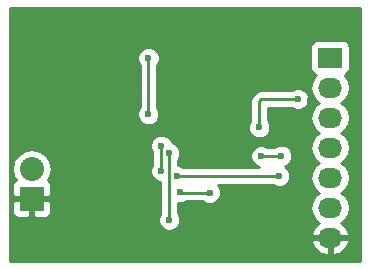
<source format=gbr>
G04 #@! TF.FileFunction,Copper,L2,Bot,Signal*
%FSLAX46Y46*%
G04 Gerber Fmt 4.6, Leading zero omitted, Abs format (unit mm)*
G04 Created by KiCad (PCBNEW 4.0.1+dfsg1-stable) date Tue 23 Feb 2016 08:47:47 PM PST*
%MOMM*%
G01*
G04 APERTURE LIST*
%ADD10C,0.100000*%
%ADD11R,2.032000X2.032000*%
%ADD12O,2.032000X2.032000*%
%ADD13R,2.032000X1.727200*%
%ADD14O,2.032000X1.727200*%
%ADD15C,0.600000*%
%ADD16C,0.250000*%
%ADD17C,0.254000*%
G04 APERTURE END LIST*
D10*
D11*
X132321300Y-104241600D03*
D12*
X132321300Y-101701600D03*
D13*
X157581600Y-92303600D03*
D14*
X157581600Y-94843600D03*
X157581600Y-97383600D03*
X157581600Y-99923600D03*
X157581600Y-102463600D03*
X157581600Y-105003600D03*
X157581600Y-107543600D03*
D15*
X154838400Y-90627200D03*
X154825700Y-93383100D03*
X155867100Y-95935800D03*
X154838400Y-98463100D03*
X154838400Y-103606600D03*
X135966200Y-103530400D03*
X154838400Y-101231700D03*
X150622000Y-100953000D03*
X147383500Y-103720900D03*
X144868900Y-103695500D03*
X142189200Y-97086000D03*
X142201900Y-92341700D03*
X154876500Y-95796100D03*
X151587200Y-98209100D03*
X153289000Y-102323900D03*
X144627600Y-102311200D03*
X143954500Y-106045000D03*
X143967200Y-100380800D03*
X143256000Y-101892100D03*
X143281400Y-99758500D03*
X151739600Y-100634800D03*
X153454100Y-100609400D03*
D16*
X155867100Y-95935800D02*
X155867100Y-95923100D01*
X154838400Y-103606600D02*
X154838400Y-103581200D01*
X135978900Y-103492300D02*
X135978900Y-103517700D01*
X135978900Y-103517700D02*
X135966200Y-103530400D01*
X154851100Y-101219000D02*
X154851100Y-101155500D01*
X154838400Y-101231700D02*
X154851100Y-101219000D01*
X150647400Y-100990400D02*
X150647400Y-100978400D01*
X150647400Y-100978400D02*
X150622000Y-100953000D01*
X144894300Y-103720900D02*
X147383500Y-103720900D01*
X144868900Y-103695500D02*
X144894300Y-103720900D01*
X142189200Y-97086000D02*
X142201900Y-97073300D01*
X142201900Y-97073300D02*
X142201900Y-92341700D01*
X151726900Y-95796100D02*
X154876500Y-95796100D01*
X151549100Y-95973900D02*
X151726900Y-95796100D01*
X151549100Y-98171000D02*
X151549100Y-95973900D01*
X151587200Y-98209100D02*
X151549100Y-98171000D01*
X144640300Y-102323900D02*
X153289000Y-102323900D01*
X144627600Y-102311200D02*
X144640300Y-102323900D01*
X143954500Y-100393500D02*
X143954500Y-106045000D01*
X143967200Y-100380800D02*
X143954500Y-100393500D01*
X143256000Y-101892100D02*
X143281400Y-101866700D01*
X143281400Y-101866700D02*
X143281400Y-99758500D01*
X153428700Y-100634800D02*
X151739600Y-100634800D01*
X153454100Y-100609400D02*
X153428700Y-100634800D01*
D17*
G36*
X160072000Y-109526000D02*
X130504000Y-109526000D01*
X130504000Y-107902626D01*
X155974242Y-107902626D01*
X155976891Y-107918391D01*
X156230868Y-108445636D01*
X156667280Y-108835554D01*
X157219687Y-109028784D01*
X157454600Y-108884524D01*
X157454600Y-107670600D01*
X157708600Y-107670600D01*
X157708600Y-108884524D01*
X157943513Y-109028784D01*
X158495920Y-108835554D01*
X158932332Y-108445636D01*
X159186309Y-107918391D01*
X159188958Y-107902626D01*
X159067817Y-107670600D01*
X157708600Y-107670600D01*
X157454600Y-107670600D01*
X156095383Y-107670600D01*
X155974242Y-107902626D01*
X130504000Y-107902626D01*
X130504000Y-104527350D01*
X130670300Y-104527350D01*
X130670300Y-105383910D01*
X130766973Y-105617299D01*
X130945602Y-105795927D01*
X131178991Y-105892600D01*
X132035550Y-105892600D01*
X132194300Y-105733850D01*
X132194300Y-104368600D01*
X132448300Y-104368600D01*
X132448300Y-105733850D01*
X132607050Y-105892600D01*
X133463609Y-105892600D01*
X133696998Y-105795927D01*
X133875627Y-105617299D01*
X133972300Y-105383910D01*
X133972300Y-104527350D01*
X133813550Y-104368600D01*
X132448300Y-104368600D01*
X132194300Y-104368600D01*
X130829050Y-104368600D01*
X130670300Y-104527350D01*
X130504000Y-104527350D01*
X130504000Y-101701600D01*
X130637955Y-101701600D01*
X130763630Y-102333410D01*
X130988266Y-102669601D01*
X130945602Y-102687273D01*
X130766973Y-102865901D01*
X130670300Y-103099290D01*
X130670300Y-103955850D01*
X130829050Y-104114600D01*
X132194300Y-104114600D01*
X132194300Y-104094600D01*
X132448300Y-104094600D01*
X132448300Y-104114600D01*
X133813550Y-104114600D01*
X133972300Y-103955850D01*
X133972300Y-103099290D01*
X133875627Y-102865901D01*
X133696998Y-102687273D01*
X133654334Y-102669601D01*
X133878970Y-102333410D01*
X133929920Y-102077267D01*
X142320838Y-102077267D01*
X142462883Y-102421043D01*
X142725673Y-102684292D01*
X143069201Y-102826938D01*
X143194500Y-102827047D01*
X143194500Y-105482537D01*
X143162308Y-105514673D01*
X143019662Y-105858201D01*
X143019338Y-106230167D01*
X143161383Y-106573943D01*
X143424173Y-106837192D01*
X143767701Y-106979838D01*
X144139667Y-106980162D01*
X144483443Y-106838117D01*
X144746692Y-106575327D01*
X144889338Y-106231799D01*
X144889662Y-105859833D01*
X144747617Y-105516057D01*
X144714500Y-105482882D01*
X144714500Y-104630366D01*
X145054067Y-104630662D01*
X145397843Y-104488617D01*
X145405573Y-104480900D01*
X146821037Y-104480900D01*
X146853173Y-104513092D01*
X147196701Y-104655738D01*
X147568667Y-104656062D01*
X147912443Y-104514017D01*
X148175692Y-104251227D01*
X148318338Y-103907699D01*
X148318662Y-103535733D01*
X148176617Y-103191957D01*
X148068748Y-103083900D01*
X152726537Y-103083900D01*
X152758673Y-103116092D01*
X153102201Y-103258738D01*
X153474167Y-103259062D01*
X153817943Y-103117017D01*
X154081192Y-102854227D01*
X154223838Y-102510699D01*
X154224162Y-102138733D01*
X154082117Y-101794957D01*
X153819327Y-101531708D01*
X153745036Y-101500859D01*
X153983043Y-101402517D01*
X154246292Y-101139727D01*
X154388938Y-100796199D01*
X154389262Y-100424233D01*
X154247217Y-100080457D01*
X153984427Y-99817208D01*
X153640899Y-99674562D01*
X153268933Y-99674238D01*
X152925157Y-99816283D01*
X152866538Y-99874800D01*
X152302063Y-99874800D01*
X152269927Y-99842608D01*
X151926399Y-99699962D01*
X151554433Y-99699638D01*
X151210657Y-99841683D01*
X150947408Y-100104473D01*
X150804762Y-100448001D01*
X150804438Y-100819967D01*
X150946483Y-101163743D01*
X151209273Y-101426992D01*
X151538982Y-101563900D01*
X145202741Y-101563900D01*
X145157927Y-101519008D01*
X144814399Y-101376362D01*
X144714500Y-101376275D01*
X144714500Y-100955941D01*
X144759392Y-100911127D01*
X144902038Y-100567599D01*
X144902362Y-100195633D01*
X144760317Y-99851857D01*
X144497527Y-99588608D01*
X144165991Y-99450942D01*
X144074517Y-99229557D01*
X143811727Y-98966308D01*
X143468199Y-98823662D01*
X143096233Y-98823338D01*
X142752457Y-98965383D01*
X142489208Y-99228173D01*
X142346562Y-99571701D01*
X142346238Y-99943667D01*
X142488283Y-100287443D01*
X142521400Y-100320618D01*
X142521400Y-101304281D01*
X142463808Y-101361773D01*
X142321162Y-101705301D01*
X142320838Y-102077267D01*
X133929920Y-102077267D01*
X134004645Y-101701600D01*
X133878970Y-101069790D01*
X133521078Y-100534167D01*
X132985455Y-100176275D01*
X132353645Y-100050600D01*
X132288955Y-100050600D01*
X131657145Y-100176275D01*
X131121522Y-100534167D01*
X130763630Y-101069790D01*
X130637955Y-101701600D01*
X130504000Y-101701600D01*
X130504000Y-98394267D01*
X150652038Y-98394267D01*
X150794083Y-98738043D01*
X151056873Y-99001292D01*
X151400401Y-99143938D01*
X151772367Y-99144262D01*
X152116143Y-99002217D01*
X152379392Y-98739427D01*
X152522038Y-98395899D01*
X152522362Y-98023933D01*
X152380317Y-97680157D01*
X152309100Y-97608816D01*
X152309100Y-96556100D01*
X154314037Y-96556100D01*
X154346173Y-96588292D01*
X154689701Y-96730938D01*
X155061667Y-96731262D01*
X155405443Y-96589217D01*
X155668692Y-96326427D01*
X155811338Y-95982899D01*
X155811662Y-95610933D01*
X155669617Y-95267157D01*
X155406827Y-95003908D01*
X155063299Y-94861262D01*
X154691333Y-94860938D01*
X154347557Y-95002983D01*
X154314382Y-95036100D01*
X151726900Y-95036100D01*
X151436060Y-95093952D01*
X151189499Y-95258699D01*
X151011699Y-95436499D01*
X150846952Y-95683061D01*
X150789100Y-95973900D01*
X150789100Y-97693001D01*
X150652362Y-98022301D01*
X150652038Y-98394267D01*
X130504000Y-98394267D01*
X130504000Y-97271167D01*
X141254038Y-97271167D01*
X141396083Y-97614943D01*
X141658873Y-97878192D01*
X142002401Y-98020838D01*
X142374367Y-98021162D01*
X142718143Y-97879117D01*
X142981392Y-97616327D01*
X143124038Y-97272799D01*
X143124362Y-96900833D01*
X142982317Y-96557057D01*
X142961900Y-96536604D01*
X142961900Y-94843600D01*
X155898255Y-94843600D01*
X156012329Y-95417089D01*
X156337185Y-95903270D01*
X156651966Y-96113600D01*
X156337185Y-96323930D01*
X156012329Y-96810111D01*
X155898255Y-97383600D01*
X156012329Y-97957089D01*
X156337185Y-98443270D01*
X156651966Y-98653600D01*
X156337185Y-98863930D01*
X156012329Y-99350111D01*
X155898255Y-99923600D01*
X156012329Y-100497089D01*
X156337185Y-100983270D01*
X156651966Y-101193600D01*
X156337185Y-101403930D01*
X156012329Y-101890111D01*
X155898255Y-102463600D01*
X156012329Y-103037089D01*
X156337185Y-103523270D01*
X156651966Y-103733600D01*
X156337185Y-103943930D01*
X156012329Y-104430111D01*
X155898255Y-105003600D01*
X156012329Y-105577089D01*
X156337185Y-106063270D01*
X156646669Y-106270061D01*
X156230868Y-106641564D01*
X155976891Y-107168809D01*
X155974242Y-107184574D01*
X156095383Y-107416600D01*
X157454600Y-107416600D01*
X157454600Y-107396600D01*
X157708600Y-107396600D01*
X157708600Y-107416600D01*
X159067817Y-107416600D01*
X159188958Y-107184574D01*
X159186309Y-107168809D01*
X158932332Y-106641564D01*
X158516531Y-106270061D01*
X158826015Y-106063270D01*
X159150871Y-105577089D01*
X159264945Y-105003600D01*
X159150871Y-104430111D01*
X158826015Y-103943930D01*
X158511234Y-103733600D01*
X158826015Y-103523270D01*
X159150871Y-103037089D01*
X159264945Y-102463600D01*
X159150871Y-101890111D01*
X158826015Y-101403930D01*
X158511234Y-101193600D01*
X158826015Y-100983270D01*
X159150871Y-100497089D01*
X159264945Y-99923600D01*
X159150871Y-99350111D01*
X158826015Y-98863930D01*
X158511234Y-98653600D01*
X158826015Y-98443270D01*
X159150871Y-97957089D01*
X159264945Y-97383600D01*
X159150871Y-96810111D01*
X158826015Y-96323930D01*
X158511234Y-96113600D01*
X158826015Y-95903270D01*
X159150871Y-95417089D01*
X159264945Y-94843600D01*
X159150871Y-94270111D01*
X158826015Y-93783930D01*
X158811687Y-93774357D01*
X158832917Y-93770362D01*
X159049041Y-93631290D01*
X159194031Y-93419090D01*
X159245040Y-93167200D01*
X159245040Y-91440000D01*
X159200762Y-91204683D01*
X159061690Y-90988559D01*
X158849490Y-90843569D01*
X158597600Y-90792560D01*
X156565600Y-90792560D01*
X156330283Y-90836838D01*
X156114159Y-90975910D01*
X155969169Y-91188110D01*
X155918160Y-91440000D01*
X155918160Y-93167200D01*
X155962438Y-93402517D01*
X156101510Y-93618641D01*
X156313710Y-93763631D01*
X156355039Y-93772000D01*
X156337185Y-93783930D01*
X156012329Y-94270111D01*
X155898255Y-94843600D01*
X142961900Y-94843600D01*
X142961900Y-92904163D01*
X142994092Y-92872027D01*
X143136738Y-92528499D01*
X143137062Y-92156533D01*
X142995017Y-91812757D01*
X142732227Y-91549508D01*
X142388699Y-91406862D01*
X142016733Y-91406538D01*
X141672957Y-91548583D01*
X141409708Y-91811373D01*
X141267062Y-92154901D01*
X141266738Y-92526867D01*
X141408783Y-92870643D01*
X141441900Y-92903818D01*
X141441900Y-96510859D01*
X141397008Y-96555673D01*
X141254362Y-96899201D01*
X141254038Y-97271167D01*
X130504000Y-97271167D01*
X130504000Y-88086000D01*
X160072000Y-88086000D01*
X160072000Y-109526000D01*
X160072000Y-109526000D01*
G37*
X160072000Y-109526000D02*
X130504000Y-109526000D01*
X130504000Y-107902626D01*
X155974242Y-107902626D01*
X155976891Y-107918391D01*
X156230868Y-108445636D01*
X156667280Y-108835554D01*
X157219687Y-109028784D01*
X157454600Y-108884524D01*
X157454600Y-107670600D01*
X157708600Y-107670600D01*
X157708600Y-108884524D01*
X157943513Y-109028784D01*
X158495920Y-108835554D01*
X158932332Y-108445636D01*
X159186309Y-107918391D01*
X159188958Y-107902626D01*
X159067817Y-107670600D01*
X157708600Y-107670600D01*
X157454600Y-107670600D01*
X156095383Y-107670600D01*
X155974242Y-107902626D01*
X130504000Y-107902626D01*
X130504000Y-104527350D01*
X130670300Y-104527350D01*
X130670300Y-105383910D01*
X130766973Y-105617299D01*
X130945602Y-105795927D01*
X131178991Y-105892600D01*
X132035550Y-105892600D01*
X132194300Y-105733850D01*
X132194300Y-104368600D01*
X132448300Y-104368600D01*
X132448300Y-105733850D01*
X132607050Y-105892600D01*
X133463609Y-105892600D01*
X133696998Y-105795927D01*
X133875627Y-105617299D01*
X133972300Y-105383910D01*
X133972300Y-104527350D01*
X133813550Y-104368600D01*
X132448300Y-104368600D01*
X132194300Y-104368600D01*
X130829050Y-104368600D01*
X130670300Y-104527350D01*
X130504000Y-104527350D01*
X130504000Y-101701600D01*
X130637955Y-101701600D01*
X130763630Y-102333410D01*
X130988266Y-102669601D01*
X130945602Y-102687273D01*
X130766973Y-102865901D01*
X130670300Y-103099290D01*
X130670300Y-103955850D01*
X130829050Y-104114600D01*
X132194300Y-104114600D01*
X132194300Y-104094600D01*
X132448300Y-104094600D01*
X132448300Y-104114600D01*
X133813550Y-104114600D01*
X133972300Y-103955850D01*
X133972300Y-103099290D01*
X133875627Y-102865901D01*
X133696998Y-102687273D01*
X133654334Y-102669601D01*
X133878970Y-102333410D01*
X133929920Y-102077267D01*
X142320838Y-102077267D01*
X142462883Y-102421043D01*
X142725673Y-102684292D01*
X143069201Y-102826938D01*
X143194500Y-102827047D01*
X143194500Y-105482537D01*
X143162308Y-105514673D01*
X143019662Y-105858201D01*
X143019338Y-106230167D01*
X143161383Y-106573943D01*
X143424173Y-106837192D01*
X143767701Y-106979838D01*
X144139667Y-106980162D01*
X144483443Y-106838117D01*
X144746692Y-106575327D01*
X144889338Y-106231799D01*
X144889662Y-105859833D01*
X144747617Y-105516057D01*
X144714500Y-105482882D01*
X144714500Y-104630366D01*
X145054067Y-104630662D01*
X145397843Y-104488617D01*
X145405573Y-104480900D01*
X146821037Y-104480900D01*
X146853173Y-104513092D01*
X147196701Y-104655738D01*
X147568667Y-104656062D01*
X147912443Y-104514017D01*
X148175692Y-104251227D01*
X148318338Y-103907699D01*
X148318662Y-103535733D01*
X148176617Y-103191957D01*
X148068748Y-103083900D01*
X152726537Y-103083900D01*
X152758673Y-103116092D01*
X153102201Y-103258738D01*
X153474167Y-103259062D01*
X153817943Y-103117017D01*
X154081192Y-102854227D01*
X154223838Y-102510699D01*
X154224162Y-102138733D01*
X154082117Y-101794957D01*
X153819327Y-101531708D01*
X153745036Y-101500859D01*
X153983043Y-101402517D01*
X154246292Y-101139727D01*
X154388938Y-100796199D01*
X154389262Y-100424233D01*
X154247217Y-100080457D01*
X153984427Y-99817208D01*
X153640899Y-99674562D01*
X153268933Y-99674238D01*
X152925157Y-99816283D01*
X152866538Y-99874800D01*
X152302063Y-99874800D01*
X152269927Y-99842608D01*
X151926399Y-99699962D01*
X151554433Y-99699638D01*
X151210657Y-99841683D01*
X150947408Y-100104473D01*
X150804762Y-100448001D01*
X150804438Y-100819967D01*
X150946483Y-101163743D01*
X151209273Y-101426992D01*
X151538982Y-101563900D01*
X145202741Y-101563900D01*
X145157927Y-101519008D01*
X144814399Y-101376362D01*
X144714500Y-101376275D01*
X144714500Y-100955941D01*
X144759392Y-100911127D01*
X144902038Y-100567599D01*
X144902362Y-100195633D01*
X144760317Y-99851857D01*
X144497527Y-99588608D01*
X144165991Y-99450942D01*
X144074517Y-99229557D01*
X143811727Y-98966308D01*
X143468199Y-98823662D01*
X143096233Y-98823338D01*
X142752457Y-98965383D01*
X142489208Y-99228173D01*
X142346562Y-99571701D01*
X142346238Y-99943667D01*
X142488283Y-100287443D01*
X142521400Y-100320618D01*
X142521400Y-101304281D01*
X142463808Y-101361773D01*
X142321162Y-101705301D01*
X142320838Y-102077267D01*
X133929920Y-102077267D01*
X134004645Y-101701600D01*
X133878970Y-101069790D01*
X133521078Y-100534167D01*
X132985455Y-100176275D01*
X132353645Y-100050600D01*
X132288955Y-100050600D01*
X131657145Y-100176275D01*
X131121522Y-100534167D01*
X130763630Y-101069790D01*
X130637955Y-101701600D01*
X130504000Y-101701600D01*
X130504000Y-98394267D01*
X150652038Y-98394267D01*
X150794083Y-98738043D01*
X151056873Y-99001292D01*
X151400401Y-99143938D01*
X151772367Y-99144262D01*
X152116143Y-99002217D01*
X152379392Y-98739427D01*
X152522038Y-98395899D01*
X152522362Y-98023933D01*
X152380317Y-97680157D01*
X152309100Y-97608816D01*
X152309100Y-96556100D01*
X154314037Y-96556100D01*
X154346173Y-96588292D01*
X154689701Y-96730938D01*
X155061667Y-96731262D01*
X155405443Y-96589217D01*
X155668692Y-96326427D01*
X155811338Y-95982899D01*
X155811662Y-95610933D01*
X155669617Y-95267157D01*
X155406827Y-95003908D01*
X155063299Y-94861262D01*
X154691333Y-94860938D01*
X154347557Y-95002983D01*
X154314382Y-95036100D01*
X151726900Y-95036100D01*
X151436060Y-95093952D01*
X151189499Y-95258699D01*
X151011699Y-95436499D01*
X150846952Y-95683061D01*
X150789100Y-95973900D01*
X150789100Y-97693001D01*
X150652362Y-98022301D01*
X150652038Y-98394267D01*
X130504000Y-98394267D01*
X130504000Y-97271167D01*
X141254038Y-97271167D01*
X141396083Y-97614943D01*
X141658873Y-97878192D01*
X142002401Y-98020838D01*
X142374367Y-98021162D01*
X142718143Y-97879117D01*
X142981392Y-97616327D01*
X143124038Y-97272799D01*
X143124362Y-96900833D01*
X142982317Y-96557057D01*
X142961900Y-96536604D01*
X142961900Y-94843600D01*
X155898255Y-94843600D01*
X156012329Y-95417089D01*
X156337185Y-95903270D01*
X156651966Y-96113600D01*
X156337185Y-96323930D01*
X156012329Y-96810111D01*
X155898255Y-97383600D01*
X156012329Y-97957089D01*
X156337185Y-98443270D01*
X156651966Y-98653600D01*
X156337185Y-98863930D01*
X156012329Y-99350111D01*
X155898255Y-99923600D01*
X156012329Y-100497089D01*
X156337185Y-100983270D01*
X156651966Y-101193600D01*
X156337185Y-101403930D01*
X156012329Y-101890111D01*
X155898255Y-102463600D01*
X156012329Y-103037089D01*
X156337185Y-103523270D01*
X156651966Y-103733600D01*
X156337185Y-103943930D01*
X156012329Y-104430111D01*
X155898255Y-105003600D01*
X156012329Y-105577089D01*
X156337185Y-106063270D01*
X156646669Y-106270061D01*
X156230868Y-106641564D01*
X155976891Y-107168809D01*
X155974242Y-107184574D01*
X156095383Y-107416600D01*
X157454600Y-107416600D01*
X157454600Y-107396600D01*
X157708600Y-107396600D01*
X157708600Y-107416600D01*
X159067817Y-107416600D01*
X159188958Y-107184574D01*
X159186309Y-107168809D01*
X158932332Y-106641564D01*
X158516531Y-106270061D01*
X158826015Y-106063270D01*
X159150871Y-105577089D01*
X159264945Y-105003600D01*
X159150871Y-104430111D01*
X158826015Y-103943930D01*
X158511234Y-103733600D01*
X158826015Y-103523270D01*
X159150871Y-103037089D01*
X159264945Y-102463600D01*
X159150871Y-101890111D01*
X158826015Y-101403930D01*
X158511234Y-101193600D01*
X158826015Y-100983270D01*
X159150871Y-100497089D01*
X159264945Y-99923600D01*
X159150871Y-99350111D01*
X158826015Y-98863930D01*
X158511234Y-98653600D01*
X158826015Y-98443270D01*
X159150871Y-97957089D01*
X159264945Y-97383600D01*
X159150871Y-96810111D01*
X158826015Y-96323930D01*
X158511234Y-96113600D01*
X158826015Y-95903270D01*
X159150871Y-95417089D01*
X159264945Y-94843600D01*
X159150871Y-94270111D01*
X158826015Y-93783930D01*
X158811687Y-93774357D01*
X158832917Y-93770362D01*
X159049041Y-93631290D01*
X159194031Y-93419090D01*
X159245040Y-93167200D01*
X159245040Y-91440000D01*
X159200762Y-91204683D01*
X159061690Y-90988559D01*
X158849490Y-90843569D01*
X158597600Y-90792560D01*
X156565600Y-90792560D01*
X156330283Y-90836838D01*
X156114159Y-90975910D01*
X155969169Y-91188110D01*
X155918160Y-91440000D01*
X155918160Y-93167200D01*
X155962438Y-93402517D01*
X156101510Y-93618641D01*
X156313710Y-93763631D01*
X156355039Y-93772000D01*
X156337185Y-93783930D01*
X156012329Y-94270111D01*
X155898255Y-94843600D01*
X142961900Y-94843600D01*
X142961900Y-92904163D01*
X142994092Y-92872027D01*
X143136738Y-92528499D01*
X143137062Y-92156533D01*
X142995017Y-91812757D01*
X142732227Y-91549508D01*
X142388699Y-91406862D01*
X142016733Y-91406538D01*
X141672957Y-91548583D01*
X141409708Y-91811373D01*
X141267062Y-92154901D01*
X141266738Y-92526867D01*
X141408783Y-92870643D01*
X141441900Y-92903818D01*
X141441900Y-96510859D01*
X141397008Y-96555673D01*
X141254362Y-96899201D01*
X141254038Y-97271167D01*
X130504000Y-97271167D01*
X130504000Y-88086000D01*
X160072000Y-88086000D01*
X160072000Y-109526000D01*
M02*

</source>
